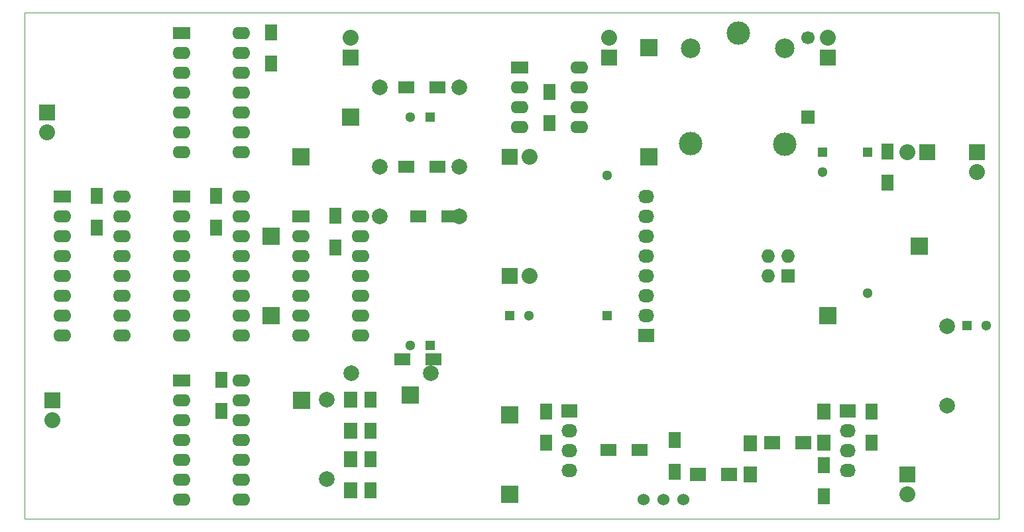
<source format=gbr>
G04 #@! TF.FileFunction,Soldermask,Bot*
%FSLAX46Y46*%
G04 Gerber Fmt 4.6, Leading zero omitted, Abs format (unit mm)*
G04 Created by KiCad (PCBNEW (after 2015-mar-04 BZR unknown)-product) date Sat 14 Jan 2017 07:57:05 PM CET*
%MOMM*%
G01*
G04 APERTURE LIST*
%ADD10C,0.100000*%
%ADD11R,2.235200X2.235200*%
%ADD12R,2.032000X1.727200*%
%ADD13O,2.032000X1.727200*%
%ADD14R,1.600000X2.000000*%
%ADD15R,2.286000X1.574800*%
%ADD16O,2.286000X1.574800*%
%ADD17R,2.032000X2.032000*%
%ADD18O,2.032000X2.032000*%
%ADD19R,1.727200X1.727200*%
%ADD20O,1.727200X1.727200*%
%ADD21C,1.699260*%
%ADD22R,1.699260X1.699260*%
%ADD23C,1.998980*%
%ADD24R,1.300000X1.300000*%
%ADD25C,1.300000*%
%ADD26C,2.500000*%
%ADD27C,3.000000*%
%ADD28R,2.000000X1.600000*%
%ADD29R,2.000000X1.700000*%
%ADD30R,1.700000X2.000000*%
%ADD31C,1.524000*%
G04 APERTURE END LIST*
D10*
X192722500Y-52006500D02*
X192722500Y-116776500D01*
X68262500Y-52006500D02*
X192722500Y-52006500D01*
X68262500Y-116776500D02*
X68262500Y-52006500D01*
X192722500Y-116776500D02*
X68262500Y-116776500D01*
D11*
X103632000Y-101600000D03*
X130175000Y-113665000D03*
X170815000Y-90805000D03*
X109855000Y-65405000D03*
X99695000Y-90805000D03*
X99695000Y-80645000D03*
X103505000Y-70485000D03*
X130175000Y-103505000D03*
X147955000Y-70485000D03*
X147955000Y-56515000D03*
X117475000Y-100965000D03*
X182499000Y-81915000D03*
D12*
X147650200Y-93294200D03*
D13*
X147650200Y-90754200D03*
X147650200Y-88214200D03*
X147650200Y-85674200D03*
X147650200Y-83134200D03*
X147650200Y-80594200D03*
X147650200Y-78054200D03*
X147650200Y-75514200D03*
D14*
X77470000Y-75470000D03*
X77470000Y-79470000D03*
X92710000Y-75470000D03*
X92710000Y-79470000D03*
X107950000Y-78010000D03*
X107950000Y-82010000D03*
D15*
X103505000Y-78105000D03*
D16*
X103505000Y-80645000D03*
X103505000Y-83185000D03*
X103505000Y-85725000D03*
X103505000Y-88265000D03*
X103505000Y-90805000D03*
X103505000Y-93345000D03*
X111125000Y-93345000D03*
X111125000Y-90805000D03*
X111125000Y-88265000D03*
X111125000Y-85725000D03*
X111125000Y-83185000D03*
X111125000Y-80645000D03*
X111125000Y-78105000D03*
D15*
X73025000Y-75565000D03*
D16*
X73025000Y-78105000D03*
X73025000Y-80645000D03*
X73025000Y-83185000D03*
X73025000Y-85725000D03*
X73025000Y-88265000D03*
X73025000Y-90805000D03*
X73025000Y-93345000D03*
X80645000Y-93345000D03*
X80645000Y-90805000D03*
X80645000Y-88265000D03*
X80645000Y-85725000D03*
X80645000Y-83185000D03*
X80645000Y-80645000D03*
X80645000Y-78105000D03*
X80645000Y-75565000D03*
D15*
X88265000Y-75565000D03*
D16*
X88265000Y-78105000D03*
X88265000Y-80645000D03*
X88265000Y-83185000D03*
X88265000Y-85725000D03*
X88265000Y-88265000D03*
X88265000Y-90805000D03*
X88265000Y-93345000D03*
X95885000Y-93345000D03*
X95885000Y-90805000D03*
X95885000Y-88265000D03*
X95885000Y-85725000D03*
X95885000Y-83185000D03*
X95885000Y-80645000D03*
X95885000Y-78105000D03*
X95885000Y-75565000D03*
D17*
X183515000Y-69850000D03*
D18*
X180975000Y-69850000D03*
D15*
X131445000Y-59055000D03*
D16*
X131445000Y-61595000D03*
X131445000Y-64135000D03*
X131445000Y-66675000D03*
X139065000Y-66675000D03*
X139065000Y-64135000D03*
X139065000Y-61595000D03*
X139065000Y-59055000D03*
D15*
X88265000Y-54610000D03*
D16*
X88265000Y-57150000D03*
X88265000Y-59690000D03*
X88265000Y-62230000D03*
X88265000Y-64770000D03*
X88265000Y-67310000D03*
X88265000Y-69850000D03*
X95885000Y-69850000D03*
X95885000Y-67310000D03*
X95885000Y-64770000D03*
X95885000Y-62230000D03*
X95885000Y-59690000D03*
X95885000Y-57150000D03*
X95885000Y-54610000D03*
D15*
X88265000Y-99060000D03*
D16*
X88265000Y-101600000D03*
X88265000Y-104140000D03*
X88265000Y-106680000D03*
X88265000Y-109220000D03*
X88265000Y-111760000D03*
X88265000Y-114300000D03*
X95885000Y-114300000D03*
X95885000Y-111760000D03*
X95885000Y-109220000D03*
X95885000Y-106680000D03*
X95885000Y-104140000D03*
X95885000Y-101600000D03*
X95885000Y-99060000D03*
D17*
X109855000Y-57785000D03*
D18*
X109855000Y-55245000D03*
D17*
X71120000Y-64770000D03*
D18*
X71120000Y-67310000D03*
D17*
X189865000Y-69850000D03*
D18*
X189865000Y-72390000D03*
D17*
X180975000Y-111125000D03*
D18*
X180975000Y-113665000D03*
D17*
X170815000Y-57785000D03*
D18*
X170815000Y-55245000D03*
D17*
X142875000Y-57785000D03*
D18*
X142875000Y-55245000D03*
D17*
X71755000Y-101600000D03*
D18*
X71755000Y-104140000D03*
D19*
X165735000Y-85725000D03*
D20*
X163195000Y-85725000D03*
X165735000Y-83185000D03*
X163195000Y-83185000D03*
D21*
X168275000Y-55245000D03*
D22*
X168275000Y-65405000D03*
D14*
X99695000Y-54515000D03*
X99695000Y-58515000D03*
X93345000Y-98965000D03*
X93345000Y-102965000D03*
X135255000Y-62135000D03*
X135255000Y-66135000D03*
D23*
X113616740Y-61544200D03*
X123776740Y-61544200D03*
X109933740Y-98171000D03*
X120093740Y-98171000D03*
D14*
X178435000Y-69755000D03*
X178435000Y-73755000D03*
D24*
X130175000Y-90805000D03*
D25*
X132675000Y-90805000D03*
D24*
X170180000Y-69850000D03*
D25*
X170180000Y-72350000D03*
D26*
X153335000Y-56560000D03*
D27*
X153335000Y-68760000D03*
X165385000Y-68810000D03*
D26*
X165335000Y-56560000D03*
D27*
X159385000Y-54610000D03*
D24*
X120015000Y-94615000D03*
D25*
X117515000Y-94615000D03*
D24*
X175895000Y-69850000D03*
D25*
X175895000Y-87850000D03*
D14*
X170307000Y-109887000D03*
X170307000Y-113887000D03*
X151257000Y-106712000D03*
X151257000Y-110712000D03*
D24*
X142621000Y-90805000D03*
D25*
X142621000Y-72805000D03*
D14*
X176403000Y-103029000D03*
X176403000Y-107029000D03*
D28*
X142780000Y-107950000D03*
X146780000Y-107950000D03*
D24*
X188595000Y-92075000D03*
D25*
X191095000Y-92075000D03*
D23*
X186055000Y-92153740D03*
X186055000Y-102313740D03*
D12*
X173355000Y-102997000D03*
D13*
X173355000Y-105537000D03*
X173355000Y-108077000D03*
X173355000Y-110617000D03*
D12*
X137795000Y-102997000D03*
D13*
X137795000Y-105537000D03*
X137795000Y-108077000D03*
X137795000Y-110617000D03*
D17*
X130175000Y-85725000D03*
D18*
X132715000Y-85725000D03*
D17*
X130175000Y-70485000D03*
D18*
X132715000Y-70485000D03*
D29*
X154210000Y-111125000D03*
X158210000Y-111125000D03*
D30*
X160909000Y-111093000D03*
X160909000Y-107093000D03*
X170307000Y-107029000D03*
X170307000Y-103029000D03*
D29*
X163735000Y-107061000D03*
X167735000Y-107061000D03*
D31*
X149860000Y-114300000D03*
X147320000Y-114300000D03*
X152400000Y-114300000D03*
D23*
X123746260Y-71755000D03*
X113586260Y-71755000D03*
X123746260Y-78105000D03*
X113586260Y-78105000D03*
D14*
X112395000Y-109125000D03*
X112395000Y-113125000D03*
D23*
X106807000Y-101551740D03*
X106807000Y-111711740D03*
D30*
X109855000Y-101505000D03*
X109855000Y-105505000D03*
X109855000Y-109125000D03*
X109855000Y-113125000D03*
D24*
X120015000Y-65405000D03*
D25*
X117515000Y-65405000D03*
D14*
X134874000Y-103029000D03*
X134874000Y-107029000D03*
D28*
X120999000Y-61595000D03*
X116999000Y-61595000D03*
X120999000Y-71755000D03*
X116999000Y-71755000D03*
X122523000Y-78105000D03*
X118523000Y-78105000D03*
X120491000Y-96393000D03*
X116491000Y-96393000D03*
D14*
X112395000Y-101505000D03*
X112395000Y-105505000D03*
M02*

</source>
